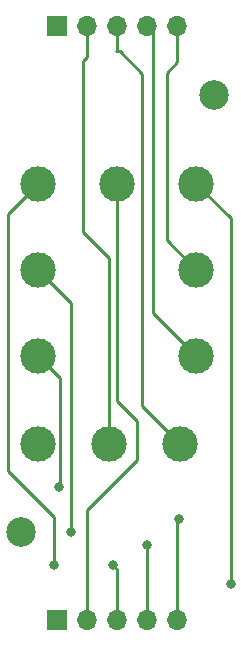
<source format=gtl>
G04 #@! TF.GenerationSoftware,KiCad,Pcbnew,(6.0.5)*
G04 #@! TF.CreationDate,2022-08-24T21:54:21+01:00*
G04 #@! TF.ProjectId,iel-adapter,69656c2d-6164-4617-9074-65722e6b6963,rev?*
G04 #@! TF.SameCoordinates,Original*
G04 #@! TF.FileFunction,Copper,L1,Top*
G04 #@! TF.FilePolarity,Positive*
%FSLAX46Y46*%
G04 Gerber Fmt 4.6, Leading zero omitted, Abs format (unit mm)*
G04 Created by KiCad (PCBNEW (6.0.5)) date 2022-08-24 21:54:21*
%MOMM*%
%LPD*%
G01*
G04 APERTURE LIST*
G04 #@! TA.AperFunction,ComponentPad*
%ADD10R,1.700000X1.700000*%
G04 #@! TD*
G04 #@! TA.AperFunction,ComponentPad*
%ADD11O,1.700000X1.700000*%
G04 #@! TD*
G04 #@! TA.AperFunction,ComponentPad*
%ADD12C,2.500000*%
G04 #@! TD*
G04 #@! TA.AperFunction,ComponentPad*
%ADD13C,3.000000*%
G04 #@! TD*
G04 #@! TA.AperFunction,ViaPad*
%ADD14C,0.800000*%
G04 #@! TD*
G04 #@! TA.AperFunction,Conductor*
%ADD15C,0.250000*%
G04 #@! TD*
G04 APERTURE END LIST*
D10*
X161725000Y-52300000D03*
D11*
X164265000Y-52300000D03*
X166805000Y-52300000D03*
X169345000Y-52300000D03*
X171885000Y-52300000D03*
D10*
X161725000Y-102600000D03*
D11*
X164265000Y-102600000D03*
X166805000Y-102600000D03*
X169345000Y-102600000D03*
X171885000Y-102600000D03*
D12*
X175000000Y-58200000D03*
X158600000Y-95200000D03*
D13*
X173500000Y-65700000D03*
X166800000Y-65700000D03*
X160100000Y-65700000D03*
X160100000Y-73000000D03*
X160100000Y-80300000D03*
X160100000Y-87700000D03*
X166100000Y-87700000D03*
X172100000Y-87700000D03*
X173500000Y-80300000D03*
X173500000Y-73000000D03*
D14*
X176400000Y-99600000D03*
X166400000Y-98000000D03*
X161400000Y-98000000D03*
X162900000Y-95200000D03*
X169300000Y-96300000D03*
X161900000Y-91400000D03*
X172000000Y-94100000D03*
D15*
X166100000Y-72000000D02*
X163900000Y-69800000D01*
X164265000Y-54935000D02*
X164265000Y-52300000D01*
X166100000Y-87700000D02*
X166100000Y-72000000D01*
X163900000Y-55300000D02*
X164265000Y-54935000D01*
X163900000Y-69800000D02*
X163900000Y-55300000D01*
X166805000Y-54395000D02*
X166805000Y-52300000D01*
X167000000Y-54500000D02*
X166700000Y-54500000D01*
X168900000Y-56400000D02*
X167000000Y-54500000D01*
X168900000Y-84500000D02*
X168900000Y-56400000D01*
X166700000Y-54500000D02*
X166805000Y-54395000D01*
X172100000Y-87700000D02*
X168900000Y-84500000D01*
X169800000Y-52755000D02*
X169345000Y-52300000D01*
X169800000Y-76600000D02*
X169800000Y-52755000D01*
X173500000Y-80300000D02*
X169800000Y-76600000D01*
X171000000Y-56300000D02*
X171885000Y-55415000D01*
X173500000Y-73000000D02*
X171000000Y-70500000D01*
X171885000Y-55415000D02*
X171885000Y-52300000D01*
X171000000Y-70500000D02*
X171000000Y-56300000D01*
X176400000Y-68600000D02*
X176400000Y-99600000D01*
X173500000Y-65700000D02*
X176400000Y-68600000D01*
X164265000Y-93335000D02*
X168500000Y-89100000D01*
X164265000Y-102600000D02*
X164265000Y-93335000D01*
X168500000Y-89100000D02*
X168500000Y-85800000D01*
X168500000Y-85800000D02*
X166800000Y-84100000D01*
X166800000Y-84100000D02*
X166800000Y-65700000D01*
X166805000Y-102600000D02*
X166805000Y-98405000D01*
X161400000Y-98000000D02*
X161400000Y-93900000D01*
X161400000Y-93900000D02*
X157500000Y-90000000D01*
X157500000Y-90000000D02*
X157500000Y-68300000D01*
X157500000Y-68300000D02*
X160100000Y-65700000D01*
X166805000Y-98405000D02*
X166400000Y-98000000D01*
X162900000Y-95200000D02*
X162900000Y-75800000D01*
X169345000Y-96345000D02*
X169300000Y-96300000D01*
X169345000Y-102600000D02*
X169345000Y-96345000D01*
X162900000Y-75800000D02*
X160100000Y-73000000D01*
X161924511Y-82124511D02*
X160100000Y-80300000D01*
X161924511Y-91375489D02*
X161924511Y-82124511D01*
X161900000Y-91400000D02*
X161924511Y-91375489D01*
X171885000Y-94215000D02*
X172000000Y-94100000D01*
X171885000Y-102600000D02*
X171885000Y-94215000D01*
M02*

</source>
